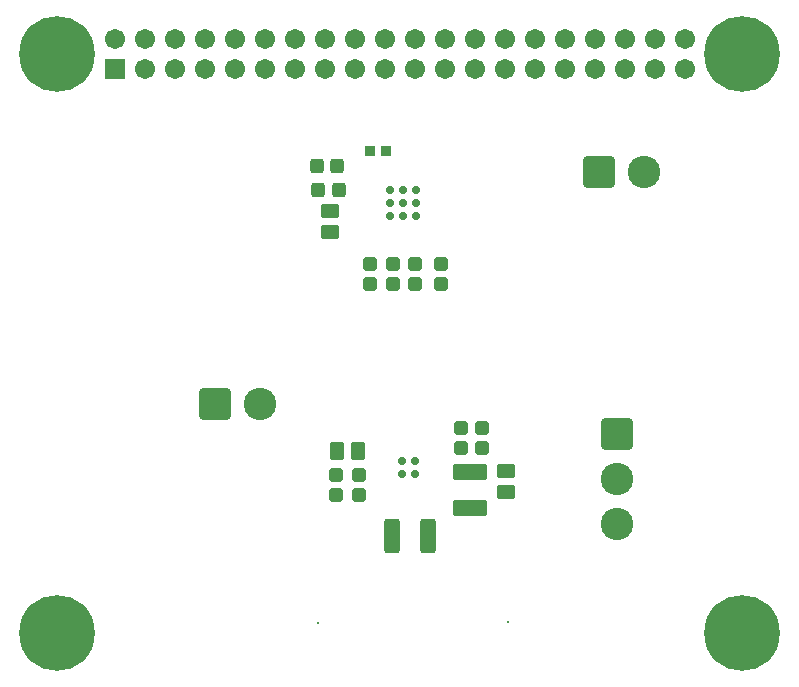
<source format=gbs>
%FSLAX23Y23*%
%MOMM*%
%SFA1B1*%

%IPPOS*%
%AMD58*
4,1,8,1.206500,0.675640,-1.206500,0.675640,-1.450340,0.431800,-1.450340,-0.431800,-1.206500,-0.675640,1.206500,-0.675640,1.450340,-0.431800,1.450340,0.431800,1.206500,0.675640,0.0*
1,1,0.490000,1.206500,0.431800*
1,1,0.490000,-1.206500,0.431800*
1,1,0.490000,-1.206500,-0.431800*
1,1,0.490000,1.206500,-0.431800*
%
%AMD59*
4,1,8,0.574040,0.601980,-0.574040,0.601980,-0.802640,0.373380,-0.802640,-0.373380,-0.574040,-0.601980,0.574040,-0.601980,0.802640,-0.373380,0.802640,0.373380,0.574040,0.601980,0.0*
1,1,0.454000,0.574040,0.373380*
1,1,0.454000,-0.574040,0.373380*
1,1,0.454000,-0.574040,-0.373380*
1,1,0.454000,0.574040,-0.373380*
%
%AMD61*
4,1,8,0.388620,0.551180,-0.388620,0.551180,-0.601980,0.337820,-0.601980,-0.337820,-0.388620,-0.551180,0.388620,-0.551180,0.601980,-0.337820,0.601980,0.337820,0.388620,0.551180,0.0*
1,1,0.428000,0.388620,0.337820*
1,1,0.428000,-0.388620,0.337820*
1,1,0.428000,-0.388620,-0.337820*
1,1,0.428000,0.388620,-0.337820*
%
%AMD62*
4,1,8,-0.551180,0.388620,-0.551180,-0.388620,-0.337820,-0.601980,0.337820,-0.601980,0.551180,-0.388620,0.551180,0.388620,0.337820,0.601980,-0.337820,0.601980,-0.551180,0.388620,0.0*
1,1,0.428000,-0.337820,0.388620*
1,1,0.428000,-0.337820,-0.388620*
1,1,0.428000,0.337820,-0.388620*
1,1,0.428000,0.337820,0.388620*
%
%AMD63*
4,1,8,-0.601980,0.574040,-0.601980,-0.574040,-0.373380,-0.802640,0.373380,-0.802640,0.601980,-0.574040,0.601980,0.574040,0.373380,0.802640,-0.373380,0.802640,-0.601980,0.574040,0.0*
1,1,0.454000,-0.373380,0.574040*
1,1,0.454000,-0.373380,-0.574040*
1,1,0.454000,0.373380,-0.574040*
1,1,0.454000,0.373380,0.574040*
%
%AMD72*
4,1,8,-0.952500,-1.371600,0.952500,-1.371600,1.371600,-0.952500,1.371600,0.952500,0.952500,1.371600,-0.952500,1.371600,-1.371600,0.952500,-1.371600,-0.952500,-0.952500,-1.371600,0.0*
1,1,0.838000,-0.952500,-0.952500*
1,1,0.838000,0.952500,-0.952500*
1,1,0.838000,0.952500,0.952500*
1,1,0.838000,-0.952500,0.952500*
%
%AMD77*
4,1,8,1.371600,-0.952500,1.371600,0.952500,0.952500,1.371600,-0.952500,1.371600,-1.371600,0.952500,-1.371600,-0.952500,-0.952500,-1.371600,0.952500,-1.371600,1.371600,-0.952500,0.0*
1,1,0.838000,0.952500,-0.952500*
1,1,0.838000,0.952500,0.952500*
1,1,0.838000,-0.952500,0.952500*
1,1,0.838000,-0.952500,-0.952500*
%
%AMD78*
4,1,8,0.675640,-1.206500,0.675640,1.206500,0.431800,1.450340,-0.431800,1.450340,-0.675640,1.206500,-0.675640,-1.206500,-0.431800,-1.450340,0.431800,-1.450340,0.675640,-1.206500,0.0*
1,1,0.490000,0.431800,-1.206500*
1,1,0.490000,0.431800,1.206500*
1,1,0.490000,-0.431800,1.206500*
1,1,0.490000,-0.431800,-1.206500*
%
%ADD45C,0.699999*%
%ADD54R,0.964998X0.964998*%
G04~CAMADD=58~8~0.0~0.0~1142.9~532.7~96.5~0.0~15~0.0~0.0~0.0~0.0~0~0.0~0.0~0.0~0.0~0~0.0~0.0~0.0~0.0~1142.9~532.7*
%ADD58D58*%
G04~CAMADD=59~8~0.0~0.0~631.1~473.6~89.4~0.0~15~0.0~0.0~0.0~0.0~0~0.0~0.0~0.0~0.0~0~0.0~0.0~0.0~0.0~631.1~473.6*
%ADD59D59*%
G04~CAMADD=61~8~0.0~0.0~473.6~434.3~84.3~0.0~15~0.0~0.0~0.0~0.0~0~0.0~0.0~0.0~0.0~0~0.0~0.0~0.0~0.0~473.6~434.3*
%ADD61D61*%
G04~CAMADD=62~8~0.0~0.0~473.6~434.3~84.3~0.0~15~0.0~0.0~0.0~0.0~0~0.0~0.0~0.0~0.0~0~0.0~0.0~0.0~90.0~434.0~474.0*
%ADD62D62*%
G04~CAMADD=63~8~0.0~0.0~631.1~473.6~89.4~0.0~15~0.0~0.0~0.0~0.0~0~0.0~0.0~0.0~0.0~0~0.0~0.0~0.0~90.0~475.0~632.0*
%ADD63D63*%
%ADD71C,0.203000*%
G04~CAMADD=72~8~0.0~0.0~1079.9~1079.9~165.0~0.0~15~0.0~0.0~0.0~0.0~0~0.0~0.0~0.0~0.0~0~0.0~0.0~0.0~180.0~1080.0~1080.0*
%ADD72D72*%
%ADD73C,2.742995*%
%ADD74C,1.702997*%
%ADD75R,1.702997X1.702997*%
%ADD76C,6.402987*%
G04~CAMADD=77~8~0.0~0.0~1079.9~1079.9~165.0~0.0~15~0.0~0.0~0.0~0.0~0~0.0~0.0~0.0~0.0~0~0.0~0.0~0.0~270.0~1080.0~1080.0*
%ADD77D77*%
G04~CAMADD=78~8~0.0~0.0~1142.9~532.7~96.5~0.0~15~0.0~0.0~0.0~0.0~0~0.0~0.0~0.0~0.0~0~0.0~0.0~0.0~270.0~532.0~1142.0*
%ADD78D78*%
%LNraspberryhatboard-1*%
%LPD*%
G54D45*
X33249Y18049D03*
X34349D03*
X33249Y16949D03*
X34349D03*
X32199Y40999D03*
X33299D03*
X34399D03*
X32199Y39899D03*
X33299D03*
X34399D03*
X32199Y38799D03*
X33299D03*
X34399D03*
G54D54*
X31896Y44299D03*
X30499D03*
G54D58*
X38999Y14099D03*
Y17099D03*
G54D59*
X27099Y37399D03*
Y39199D03*
X41999Y15399D03*
Y17199D03*
G54D61*
X39999Y20849D03*
Y19149D03*
X38199Y20849D03*
Y19149D03*
X29599Y15149D03*
Y16849D03*
X27599Y15149D03*
Y16849D03*
X36499Y34749D03*
Y33049D03*
X34299Y34749D03*
Y33049D03*
X32499Y34749D03*
Y33049D03*
X30499Y34749D03*
Y33049D03*
G54D62*
X26149Y40999D03*
X27849D03*
X27749Y42999D03*
X26049D03*
G54D63*
X27699Y18899D03*
X29499D03*
G54D71*
X26099Y4299D03*
X42199Y4399D03*
G54D72*
X51399Y20309D03*
G54D73*
X51399Y16499D03*
Y12689D03*
X21204Y22899D03*
X53704Y42499D03*
G54D74*
X57159Y53739D03*
Y51199D03*
X54619Y53739D03*
Y51199D03*
X52079Y53739D03*
Y51199D03*
X49539Y53739D03*
Y51199D03*
X46999Y53739D03*
Y51199D03*
X44459Y53739D03*
Y51199D03*
X41919Y53739D03*
Y51199D03*
X39379Y53739D03*
Y51199D03*
X36839Y53739D03*
Y51199D03*
X34299Y53739D03*
Y51199D03*
X31759Y53739D03*
Y51199D03*
X29219Y53739D03*
Y51199D03*
X26679Y53739D03*
Y51199D03*
X24139Y53739D03*
Y51199D03*
X21599Y53739D03*
Y51199D03*
X19059Y53739D03*
Y51199D03*
X16519Y53739D03*
Y51199D03*
X13979Y53739D03*
Y51199D03*
X11439Y53739D03*
Y51199D03*
X8899Y53739D03*
G54D75*
X8899Y51199D03*
G54D76*
X3999Y3499D03*
X61999D03*
Y52499D03*
X3999D03*
G54D77*
X17394Y22899D03*
X49894Y42499D03*
G54D78*
X35399Y11699D03*
X32399D03*
M02*
</source>
